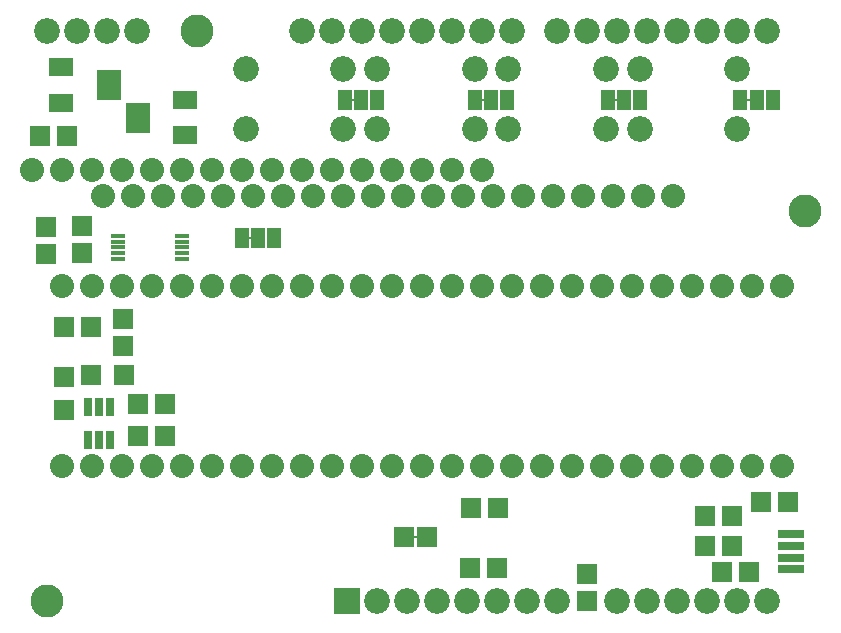
<source format=gbr>
G04 GERBER ASCII OUTPUT FROM: EDWINXP (VER. 1.61 REV. 20080315)*
G04 GERBER FORMAT: RX-274-X*
G04 BOARD: AMICUS_LCD_SHIELD*
G04 ARTWORK OF COMP.MASK POSITIVE*
%ASAXBY*%
%FSLAX23Y23*%
%MIA0B0*%
%MOIN*%
%OFA0.0000B0.0000*%
%SFA1B1*%
%IJA0B0*%
%INLAYER1POS*%
%IOA0B0*%
%IPPOS*%
%IR0*%
G04 APERTURE MACROS*
%AMEDWDONUT*
1,1,$1,$2,$3*
1,0,$4,$2,$3*
%
%AMEDWFRECT*
20,1,$1,$2,$3,$4,$5,$6*
%
%AMEDWORECT*
20,1,$1,$2,$3,$4,$5,$10*
20,1,$1,$4,$5,$6,$7,$10*
20,1,$1,$6,$7,$8,$9,$10*
20,1,$1,$8,$9,$2,$3,$10*
1,1,$1,$2,$3*
1,1,$1,$4,$5*
1,1,$1,$6,$7*
1,1,$1,$8,$9*
%
%AMEDWLINER*
20,1,$1,$2,$3,$4,$5,$6*
1,1,$1,$2,$3*
1,1,$1,$4,$5*
%
%AMEDWFTRNG*
4,1,3,$1,$2,$3,$4,$5,$6,$7,$8,$9*
%
%AMEDWATRNG*
4,1,3,$1,$2,$3,$4,$5,$6,$7,$8,$9*
20,1,$11,$1,$2,$3,$4,$10*
20,1,$11,$3,$4,$5,$6,$10*
20,1,$11,$5,$6,$7,$8,$10*
1,1,$11,$3,$4*
1,1,$11,$5,$6*
1,1,$11,$7,$8*
%
%AMEDWOTRNG*
20,1,$1,$2,$3,$4,$5,$8*
20,1,$1,$4,$5,$6,$7,$8*
20,1,$1,$6,$7,$2,$3,$8*
1,1,$1,$2,$3*
1,1,$1,$4,$5*
1,1,$1,$6,$7*
%
G04*
G04 APERTURE LIST*
%ADD10R,0.0700X0.0650*%
%ADD11R,0.0940X0.0890*%
%ADD12R,0.0600X0.0550*%
%ADD13R,0.0840X0.0790*%
%ADD14R,0.06693X0.06693*%
%ADD15R,0.09093X0.09093*%
%ADD16R,0.05906X0.05906*%
%ADD17R,0.08306X0.08306*%
%ADD18R,0.04724X0.06693*%
%ADD19R,0.07124X0.09093*%
%ADD20R,0.03937X0.05906*%
%ADD21R,0.06337X0.08306*%
%ADD22R,0.08268X0.05945*%
%ADD23R,0.10668X0.08345*%
%ADD24R,0.07874X0.05906*%
%ADD25R,0.10274X0.08306*%
%ADD26R,0.08268X0.10236*%
%ADD27R,0.10668X0.12636*%
%ADD28R,0.07874X0.09843*%
%ADD29R,0.10274X0.12243*%
%ADD30R,0.08661X0.02756*%
%ADD31R,0.11061X0.05156*%
%ADD32R,0.07874X0.01969*%
%ADD33R,0.10274X0.04369*%
%ADD34R,0.0650X0.0700*%
%ADD35R,0.0890X0.0940*%
%ADD36R,0.0550X0.0600*%
%ADD37R,0.0790X0.0840*%
%ADD38R,0.0250X0.0600*%
%ADD39R,0.0490X0.0840*%
%ADD40R,0.0150X0.0500*%
%ADD41R,0.0390X0.0740*%
%ADD42R,0.04724X0.01378*%
%ADD43R,0.06299X0.02953*%
%ADD44R,0.04331X0.00984*%
%ADD45R,0.05906X0.02559*%
%ADD46R,0.0500X0.0580*%
%ADD47R,0.0740X0.0820*%
%ADD48R,0.0400X0.0480*%
%ADD49R,0.0640X0.0720*%
%ADD50R,0.07087X0.06693*%
%ADD51R,0.10236X0.09843*%
%ADD52R,0.06299X0.05906*%
%ADD53R,0.09449X0.09055*%
%ADD54R,0.06693X0.07087*%
%ADD55R,0.09843X0.10236*%
%ADD56R,0.05906X0.06299*%
%ADD57R,0.09055X0.09449*%
%ADD58R,0.0860X0.0860*%
%ADD59R,0.1100X0.1100*%
%ADD60R,0.0700X0.0700*%
%ADD61R,0.0940X0.0940*%
%ADD62C,0.00039*%
%ADD64C,0.00054*%
%ADD65R,0.00054X0.00054*%
%ADD66C,0.0010*%
%ADD68C,0.00112*%
%ADD69R,0.00112X0.00112*%
%ADD70C,0.00118*%
%ADD72C,0.00121*%
%ADD73R,0.00121X0.00121*%
%ADD74C,0.0020*%
%ADD75R,0.0020X0.0020*%
%ADD76C,0.0023*%
%ADD77R,0.0023X0.0023*%
%ADD78C,0.00236*%
%ADD80C,0.00238*%
%ADD81R,0.00238X0.00238*%
%ADD82C,0.00288*%
%ADD83R,0.00288X0.00288*%
%ADD84C,0.0030*%
%ADD85R,0.0030X0.0030*%
%ADD86C,0.00355*%
%ADD87R,0.00355X0.00355*%
%ADD88C,0.00394*%
%ADD90C,0.0040*%
%ADD91R,0.0040X0.0040*%
%ADD92C,0.00406*%
%ADD93R,0.00406X0.00406*%
%ADD94C,0.00464*%
%ADD95R,0.00464X0.00464*%
%ADD96C,0.00472*%
%ADD98C,0.0050*%
%ADD99R,0.0050X0.0050*%
%ADD100C,0.00512*%
%ADD101R,0.00512X0.00512*%
%ADD102C,0.00523*%
%ADD103R,0.00523X0.00523*%
%ADD104C,0.00581*%
%ADD105R,0.00581X0.00581*%
%ADD106C,0.00589*%
%ADD107R,0.00589X0.00589*%
%ADD108C,0.00591*%
%ADD109R,0.00591X0.00591*%
%ADD110C,0.0064*%
%ADD111R,0.0064X0.0064*%
%ADD112C,0.00647*%
%ADD113R,0.00647X0.00647*%
%ADD114C,0.00659*%
%ADD115R,0.00659X0.00659*%
%ADD116C,0.00669*%
%ADD118C,0.00704*%
%ADD119R,0.00704X0.00704*%
%ADD120C,0.00706*%
%ADD121R,0.00706X0.00706*%
%ADD122C,0.00764*%
%ADD123R,0.00764X0.00764*%
%ADD124C,0.00787*%
%ADD125R,0.00787X0.00787*%
%ADD126C,0.00799*%
%ADD128C,0.0080*%
%ADD130C,0.00821*%
%ADD131R,0.00821X0.00821*%
%ADD132C,0.00823*%
%ADD133R,0.00823X0.00823*%
%ADD134C,0.00866*%
%ADD136C,0.00875*%
%ADD137R,0.00875X0.00875*%
%ADD138C,0.00881*%
%ADD139R,0.00881X0.00881*%
%ADD140C,0.0090*%
%ADD141R,0.0090X0.0090*%
%ADD142C,0.00939*%
%ADD143R,0.00939X0.00939*%
%ADD144C,0.00975*%
%ADD145R,0.00975X0.00975*%
%ADD146C,0.00984*%
%ADD147R,0.00984X0.00984*%
%ADD148C,0.00992*%
%ADD149R,0.00992X0.00992*%
%ADD150C,0.00993*%
%ADD151R,0.00993X0.00993*%
%ADD152C,0.0100*%
%ADD153R,0.0100X0.0100*%
%ADD154C,0.01051*%
%ADD155R,0.01051X0.01051*%
%ADD156C,0.01052*%
%ADD157R,0.01052X0.01052*%
%ADD158C,0.01056*%
%ADD159R,0.01056X0.01056*%
%ADD160C,0.01109*%
%ADD161R,0.01109X0.01109*%
%ADD162C,0.01111*%
%ADD163R,0.01111X0.01111*%
%ADD164C,0.01168*%
%ADD165R,0.01168X0.01168*%
%ADD166C,0.01181*%
%ADD168C,0.0120*%
%ADD170C,0.0120*%
%ADD172C,0.01227*%
%ADD173R,0.01227X0.01227*%
%ADD174C,0.01227*%
%ADD175R,0.01227X0.01227*%
%ADD176C,0.01231*%
%ADD177R,0.01231X0.01231*%
%ADD178C,0.01285*%
%ADD179R,0.01285X0.01285*%
%ADD180C,0.01291*%
%ADD181R,0.01291X0.01291*%
%ADD182C,0.0130*%
%ADD184C,0.01344*%
%ADD185R,0.01344X0.01344*%
%ADD186C,0.01345*%
%ADD187R,0.01345X0.01345*%
%ADD188C,0.01349*%
%ADD189R,0.01349X0.01349*%
%ADD190C,0.01402*%
%ADD191R,0.01402X0.01402*%
%ADD192C,0.01403*%
%ADD193R,0.01403X0.01403*%
%ADD194C,0.01408*%
%ADD195R,0.01408X0.01408*%
%ADD196C,0.01461*%
%ADD197R,0.01461X0.01461*%
%ADD198C,0.01467*%
%ADD199R,0.01467X0.01467*%
%ADD200C,0.0150*%
%ADD201R,0.0150X0.0150*%
%ADD202C,0.01502*%
%ADD203R,0.01502X0.01502*%
%ADD204C,0.01519*%
%ADD205R,0.01519X0.01519*%
%ADD206C,0.01575*%
%ADD208C,0.01577*%
%ADD209R,0.01577X0.01577*%
%ADD210C,0.01579*%
%ADD211R,0.01579X0.01579*%
%ADD212C,0.01584*%
%ADD213R,0.01584X0.01584*%
%ADD214C,0.01636*%
%ADD215R,0.01636X0.01636*%
%ADD216C,0.01637*%
%ADD217R,0.01637X0.01637*%
%ADD218C,0.01694*%
%ADD219R,0.01694X0.01694*%
%ADD220C,0.01701*%
%ADD221R,0.01701X0.01701*%
%ADD222C,0.01753*%
%ADD223R,0.01753X0.01753*%
%ADD224C,0.0176*%
%ADD225R,0.0176X0.0176*%
%ADD226C,0.01816*%
%ADD227R,0.01816X0.01816*%
%ADD228C,0.0187*%
%ADD229R,0.0187X0.0187*%
%ADD230C,0.01877*%
%ADD231R,0.01877X0.01877*%
%ADD232C,0.01928*%
%ADD233R,0.01928X0.01928*%
%ADD234C,0.01969*%
%ADD235R,0.01969X0.01969*%
%ADD236C,0.01971*%
%ADD237R,0.01971X0.01971*%
%ADD238C,0.01994*%
%ADD239R,0.01994X0.01994*%
%ADD240C,0.02045*%
%ADD241R,0.02045X0.02045*%
%ADD242C,0.02046*%
%ADD243R,0.02046X0.02046*%
%ADD244C,0.02053*%
%ADD245R,0.02053X0.02053*%
%ADD246C,0.02105*%
%ADD247R,0.02105X0.02105*%
%ADD248C,0.0217*%
%ADD249R,0.0217X0.0217*%
%ADD250C,0.0222*%
%ADD251R,0.0222X0.0222*%
%ADD252C,0.02229*%
%ADD253R,0.02229X0.02229*%
%ADD254C,0.02279*%
%ADD255R,0.02279X0.02279*%
%ADD256C,0.02337*%
%ADD257R,0.02337X0.02337*%
%ADD258C,0.02339*%
%ADD259R,0.02339X0.02339*%
%ADD260C,0.02362*%
%ADD261R,0.02362X0.02362*%
%ADD262C,0.02395*%
%ADD263R,0.02395X0.02395*%
%ADD264C,0.0240*%
%ADD265R,0.0240X0.0240*%
%ADD266C,0.0240*%
%ADD267R,0.0240X0.0240*%
%ADD268C,0.02405*%
%ADD269R,0.02405X0.02405*%
%ADD270C,0.02464*%
%ADD271R,0.02464X0.02464*%
%ADD272C,0.0250*%
%ADD273R,0.0250X0.0250*%
%ADD274C,0.02512*%
%ADD275R,0.02512X0.02512*%
%ADD276C,0.02581*%
%ADD277R,0.02581X0.02581*%
%ADD278C,0.02629*%
%ADD279R,0.02629X0.02629*%
%ADD280C,0.02631*%
%ADD281R,0.02631X0.02631*%
%ADD282C,0.02636*%
%ADD284C,0.0264*%
%ADD285R,0.0264X0.0264*%
%ADD286C,0.02688*%
%ADD287R,0.02688X0.02688*%
%ADD288C,0.02698*%
%ADD289R,0.02698X0.02698*%
%ADD290C,0.02746*%
%ADD291R,0.02746X0.02746*%
%ADD292C,0.02794*%
%ADD294C,0.02804*%
%ADD295R,0.02804X0.02804*%
%ADD296C,0.02816*%
%ADD297R,0.02816X0.02816*%
%ADD298C,0.02863*%
%ADD299R,0.02863X0.02863*%
%ADD300C,0.02874*%
%ADD301R,0.02874X0.02874*%
%ADD302C,0.0290*%
%ADD304C,0.02923*%
%ADD305R,0.02923X0.02923*%
%ADD306C,0.02933*%
%ADD307R,0.02933X0.02933*%
%ADD308C,0.02991*%
%ADD309R,0.02991X0.02991*%
%ADD310C,0.02992*%
%ADD311R,0.02992X0.02992*%
%ADD312C,0.0300*%
%ADD313R,0.0300X0.0300*%
%ADD314C,0.03038*%
%ADD315R,0.03038X0.03038*%
%ADD316C,0.0304*%
%ADD317R,0.0304X0.0304*%
%ADD318C,0.03046*%
%ADD319R,0.03046X0.03046*%
%ADD320C,0.0305*%
%ADD321R,0.0305X0.0305*%
%ADD322C,0.03059*%
%ADD323R,0.03059X0.03059*%
%ADD324C,0.03069*%
%ADD325R,0.03069X0.03069*%
%ADD326C,0.03097*%
%ADD327R,0.03097X0.03097*%
%ADD328C,0.03099*%
%ADD329R,0.03099X0.03099*%
%ADD330C,0.03104*%
%ADD331R,0.03104X0.03104*%
%ADD332C,0.0315*%
%ADD333R,0.0315X0.0315*%
%ADD334C,0.03199*%
%ADD335R,0.03199X0.03199*%
%ADD336C,0.0320*%
%ADD337R,0.0320X0.0320*%
%ADD338C,0.03226*%
%ADD339R,0.03226X0.03226*%
%ADD340C,0.03266*%
%ADD342C,0.03274*%
%ADD343R,0.03274X0.03274*%
%ADD344C,0.03285*%
%ADD345R,0.03285X0.03285*%
%ADD346C,0.0333*%
%ADD347R,0.0333X0.0333*%
%ADD348C,0.03332*%
%ADD349R,0.03332X0.03332*%
%ADD350C,0.03344*%
%ADD351R,0.03344X0.03344*%
%ADD352C,0.03375*%
%ADD353R,0.03375X0.03375*%
%ADD354C,0.03391*%
%ADD355R,0.03391X0.03391*%
%ADD356C,0.03393*%
%ADD357R,0.03393X0.03393*%
%ADD358C,0.03402*%
%ADD359R,0.03402X0.03402*%
%ADD360C,0.03447*%
%ADD361R,0.03447X0.03447*%
%ADD362C,0.03452*%
%ADD363R,0.03452X0.03452*%
%ADD364C,0.03464*%
%ADD365R,0.03464X0.03464*%
%ADD366C,0.0350*%
%ADD367R,0.0350X0.0350*%
%ADD368C,0.03506*%
%ADD369R,0.03506X0.03506*%
%ADD370C,0.03511*%
%ADD371R,0.03511X0.03511*%
%ADD372C,0.0352*%
%ADD373R,0.0352X0.0352*%
%ADD374C,0.03581*%
%ADD376C,0.0360*%
%ADD377R,0.0360X0.0360*%
%ADD378C,0.03627*%
%ADD379R,0.03627X0.03627*%
%ADD380C,0.03637*%
%ADD381R,0.03637X0.03637*%
%ADD382C,0.03691*%
%ADD383R,0.03691X0.03691*%
%ADD384C,0.03696*%
%ADD385R,0.03696X0.03696*%
%ADD386C,0.0370*%
%ADD388C,0.03745*%
%ADD389R,0.03745X0.03745*%
%ADD390C,0.03749*%
%ADD391R,0.03749X0.03749*%
%ADD392C,0.03754*%
%ADD393R,0.03754X0.03754*%
%ADD394C,0.0380*%
%ADD395R,0.0380X0.0380*%
%ADD396C,0.03802*%
%ADD397R,0.03802X0.03802*%
%ADD398C,0.03808*%
%ADD399R,0.03808X0.03808*%
%ADD400C,0.03861*%
%ADD401R,0.03861X0.03861*%
%ADD402C,0.03867*%
%ADD403R,0.03867X0.03867*%
%ADD404C,0.03872*%
%ADD405R,0.03872X0.03872*%
%ADD406C,0.0390*%
%ADD407R,0.0390X0.0390*%
%ADD408C,0.03902*%
%ADD409R,0.03902X0.03902*%
%ADD410C,0.03919*%
%ADD411R,0.03919X0.03919*%
%ADD412C,0.0393*%
%ADD413R,0.0393X0.0393*%
%ADD414C,0.03937*%
%ADD415R,0.03937X0.03937*%
%ADD416C,0.03973*%
%ADD417R,0.03973X0.03973*%
%ADD418C,0.03977*%
%ADD419R,0.03977X0.03977*%
%ADD420C,0.03984*%
%ADD421R,0.03984X0.03984*%
%ADD422C,0.03989*%
%ADD423R,0.03989X0.03989*%
%ADD424C,0.0400*%
%ADD425R,0.0400X0.0400*%
%ADD426C,0.04031*%
%ADD427R,0.04031X0.04031*%
%ADD428C,0.04036*%
%ADD429R,0.04036X0.04036*%
%ADD430C,0.04048*%
%ADD431R,0.04048X0.04048*%
%ADD432C,0.04094*%
%ADD433R,0.04094X0.04094*%
%ADD434C,0.04101*%
%ADD435R,0.04101X0.04101*%
%ADD436C,0.04106*%
%ADD437R,0.04106X0.04106*%
%ADD438C,0.04153*%
%ADD439R,0.04153X0.04153*%
%ADD440C,0.0416*%
%ADD441R,0.0416X0.0416*%
%ADD442C,0.04165*%
%ADD443R,0.04165X0.04165*%
%ADD444C,0.04173*%
%ADD445R,0.04173X0.04173*%
%ADD446C,0.0427*%
%ADD447R,0.0427X0.0427*%
%ADD448C,0.04277*%
%ADD449R,0.04277X0.04277*%
%ADD450C,0.04328*%
%ADD451R,0.04328X0.04328*%
%ADD452C,0.04341*%
%ADD453R,0.04341X0.04341*%
%ADD454C,0.04371*%
%ADD455R,0.04371X0.04371*%
%ADD456C,0.04394*%
%ADD457R,0.04394X0.04394*%
%ADD458C,0.0440*%
%ADD459R,0.0440X0.0440*%
%ADD460C,0.0444*%
%ADD461R,0.0444X0.0444*%
%ADD462C,0.04443*%
%ADD463R,0.04443X0.04443*%
%ADD464C,0.04445*%
%ADD465R,0.04445X0.04445*%
%ADD466C,0.04446*%
%ADD467R,0.04446X0.04446*%
%ADD468C,0.04453*%
%ADD469R,0.04453X0.04453*%
%ADD470C,0.04458*%
%ADD471R,0.04458X0.04458*%
%ADD472C,0.04499*%
%ADD473R,0.04499X0.04499*%
%ADD474C,0.0450*%
%ADD475R,0.0450X0.0450*%
%ADD476C,0.04505*%
%ADD477R,0.04505X0.04505*%
%ADD478C,0.04517*%
%ADD479R,0.04517X0.04517*%
%ADD480C,0.04557*%
%ADD481R,0.04557X0.04557*%
%ADD482C,0.0457*%
%ADD483R,0.0457X0.0457*%
%ADD484C,0.04576*%
%ADD485R,0.04576X0.04576*%
%ADD486C,0.0462*%
%ADD487R,0.0462X0.0462*%
%ADD488C,0.04629*%
%ADD489R,0.04629X0.04629*%
%ADD490C,0.04634*%
%ADD491R,0.04634X0.04634*%
%ADD492C,0.04679*%
%ADD493R,0.04679X0.04679*%
%ADD494C,0.04693*%
%ADD495R,0.04693X0.04693*%
%ADD496C,0.0470*%
%ADD497R,0.0470X0.0470*%
%ADD498C,0.04724*%
%ADD499R,0.04724X0.04724*%
%ADD500C,0.04737*%
%ADD501R,0.04737X0.04737*%
%ADD502C,0.04739*%
%ADD503R,0.04739X0.04739*%
%ADD504C,0.04762*%
%ADD505R,0.04762X0.04762*%
%ADD506C,0.04795*%
%ADD507R,0.04795X0.04795*%
%ADD508C,0.04805*%
%ADD509R,0.04805X0.04805*%
%ADD510C,0.0481*%
%ADD511R,0.0481X0.0481*%
%ADD512C,0.04864*%
%ADD513R,0.04864X0.04864*%
%ADD514C,0.04869*%
%ADD515R,0.04869X0.04869*%
%ADD516C,0.0490*%
%ADD517R,0.0490X0.0490*%
%ADD518C,0.04911*%
%ADD519R,0.04911X0.04911*%
%ADD520C,0.04912*%
%ADD521R,0.04912X0.04912*%
%ADD522C,0.04928*%
%ADD523R,0.04928X0.04928*%
%ADD524C,0.04966*%
%ADD525R,0.04966X0.04966*%
%ADD526C,0.04981*%
%ADD527R,0.04981X0.04981*%
%ADD528C,0.0500*%
%ADD529R,0.0500X0.0500*%
%ADD530C,0.05028*%
%ADD531R,0.05028X0.05028*%
%ADD532C,0.05029*%
%ADD533R,0.05029X0.05029*%
%ADD534C,0.05031*%
%ADD535R,0.05031X0.05031*%
%ADD536C,0.0504*%
%ADD537R,0.0504X0.0504*%
%ADD538C,0.05045*%
%ADD539R,0.05045X0.05045*%
%ADD540C,0.05083*%
%ADD541R,0.05083X0.05083*%
%ADD542C,0.05086*%
%ADD543R,0.05086X0.05086*%
%ADD544C,0.05088*%
%ADD545R,0.05088X0.05088*%
%ADD546C,0.05098*%
%ADD547R,0.05098X0.05098*%
%ADD548C,0.05118*%
%ADD549R,0.05118X0.05118*%
%ADD550C,0.05146*%
%ADD551R,0.05146X0.05146*%
%ADD552C,0.05204*%
%ADD553R,0.05204X0.05204*%
%ADD554C,0.05216*%
%ADD555R,0.05216X0.05216*%
%ADD556C,0.05221*%
%ADD557R,0.05221X0.05221*%
%ADD558C,0.05263*%
%ADD559R,0.05263X0.05263*%
%ADD560C,0.05274*%
%ADD561R,0.05274X0.05274*%
%ADD562C,0.0528*%
%ADD563R,0.0528X0.0528*%
%ADD564C,0.05317*%
%ADD565R,0.05317X0.05317*%
%ADD566C,0.0532*%
%ADD567R,0.0532X0.0532*%
%ADD568C,0.05323*%
%ADD569R,0.05323X0.05323*%
%ADD570C,0.05333*%
%ADD571R,0.05333X0.05333*%
%ADD572C,0.05392*%
%ADD573R,0.05392X0.05392*%
%ADD574C,0.05397*%
%ADD575R,0.05397X0.05397*%
%ADD576C,0.05434*%
%ADD577R,0.05434X0.05434*%
%ADD578C,0.05438*%
%ADD579R,0.05438X0.05438*%
%ADD580C,0.0544*%
%ADD581R,0.0544X0.0544*%
%ADD582C,0.05446*%
%ADD583R,0.05446X0.05446*%
%ADD584C,0.0545*%
%ADD585R,0.0545X0.0545*%
%ADD586C,0.05497*%
%ADD587R,0.05497X0.05497*%
%ADD588C,0.05499*%
%ADD589R,0.05499X0.05499*%
%ADD590C,0.0550*%
%ADD591R,0.0550X0.0550*%
%ADD592C,0.05514*%
%ADD593R,0.05514X0.05514*%
%ADD594C,0.0555*%
%ADD595R,0.0555X0.0555*%
%ADD596C,0.05573*%
%ADD597R,0.05573X0.05573*%
%ADD598C,0.0560*%
%ADD599R,0.0560X0.0560*%
%ADD600C,0.05626*%
%ADD601R,0.05626X0.05626*%
%ADD602C,0.05631*%
%ADD603R,0.05631X0.05631*%
%ADD604C,0.05674*%
%ADD605R,0.05674X0.05674*%
%ADD606C,0.05685*%
%ADD607R,0.05685X0.05685*%
%ADD608C,0.0570*%
%ADD609R,0.0570X0.0570*%
%ADD610C,0.0573*%
%ADD611R,0.0573X0.0573*%
%ADD612C,0.05732*%
%ADD613R,0.05732X0.05732*%
%ADD614C,0.05744*%
%ADD615R,0.05744X0.05744*%
%ADD616C,0.05749*%
%ADD617R,0.05749X0.05749*%
%ADD618C,0.05791*%
%ADD619R,0.05791X0.05791*%
%ADD620C,0.05802*%
%ADD621R,0.05802X0.05802*%
%ADD622C,0.05807*%
%ADD623R,0.05807X0.05807*%
%ADD624C,0.05847*%
%ADD625R,0.05847X0.05847*%
%ADD626C,0.05864*%
%ADD627R,0.05864X0.05864*%
%ADD628C,0.05866*%
%ADD629R,0.05866X0.05866*%
%ADD630C,0.0590*%
%ADD631R,0.0590X0.0590*%
%ADD632C,0.05906*%
%ADD633R,0.05906X0.05906*%
%ADD634C,0.0592*%
%ADD635R,0.0592X0.0592*%
%ADD636C,0.05945*%
%ADD637R,0.05945X0.05945*%
%ADD638C,0.0600*%
%ADD639R,0.0600X0.0600*%
%ADD640C,0.06018*%
%ADD641R,0.06018X0.06018*%
%ADD642C,0.06037*%
%ADD643R,0.06037X0.06037*%
%ADD644C,0.06076*%
%ADD645R,0.06076X0.06076*%
%ADD646C,0.06096*%
%ADD647R,0.06096X0.06096*%
%ADD648C,0.06101*%
%ADD649R,0.06101X0.06101*%
%ADD650C,0.06154*%
%ADD651R,0.06154X0.06154*%
%ADD652C,0.06159*%
%ADD653R,0.06159X0.06159*%
%ADD654C,0.0620*%
%ADD655R,0.0620X0.0620*%
%ADD656C,0.0620*%
%ADD657R,0.0620X0.0620*%
%ADD658C,0.06201*%
%ADD659R,0.06201X0.06201*%
%ADD660C,0.06272*%
%ADD661R,0.06272X0.06272*%
%ADD662C,0.06299*%
%ADD663R,0.06299X0.06299*%
%ADD664C,0.0633*%
%ADD665R,0.0633X0.0633*%
%ADD666C,0.06335*%
%ADD667R,0.06335X0.06335*%
%ADD668C,0.06337*%
%ADD669R,0.06337X0.06337*%
%ADD670C,0.06373*%
%ADD671R,0.06373X0.06373*%
%ADD672C,0.06389*%
%ADD673R,0.06389X0.06389*%
%ADD674C,0.06394*%
%ADD675R,0.06394X0.06394*%
%ADD676C,0.06427*%
%ADD677R,0.06427X0.06427*%
%ADD678C,0.06431*%
%ADD679R,0.06431X0.06431*%
%ADD680C,0.06448*%
%ADD681R,0.06448X0.06448*%
%ADD682C,0.06453*%
%ADD683R,0.06453X0.06453*%
%ADD684C,0.0650*%
%ADD685R,0.0650X0.0650*%
%ADD686C,0.06506*%
%ADD687R,0.06506X0.06506*%
%ADD688C,0.06565*%
%ADD689R,0.06565X0.06565*%
%ADD690C,0.06687*%
%ADD691R,0.06687X0.06687*%
%ADD692C,0.06693*%
%ADD693R,0.06693X0.06693*%
%ADD694C,0.06741*%
%ADD695R,0.06741X0.06741*%
%ADD696C,0.0680*%
%ADD697R,0.0680X0.0680*%
%ADD698C,0.06805*%
%ADD699R,0.06805X0.06805*%
%ADD700C,0.0684*%
%ADD701R,0.0684X0.0684*%
%ADD702C,0.0684*%
%ADD703R,0.0684X0.0684*%
%ADD704C,0.06843*%
%ADD705R,0.06843X0.06843*%
%ADD706C,0.06858*%
%ADD707R,0.06858X0.06858*%
%ADD708C,0.06863*%
%ADD709R,0.06863X0.06863*%
%ADD710C,0.06899*%
%ADD711R,0.06899X0.06899*%
%ADD712C,0.0690*%
%ADD713R,0.0690X0.0690*%
%ADD714C,0.06906*%
%ADD715R,0.06906X0.06906*%
%ADD716C,0.06917*%
%ADD717R,0.06917X0.06917*%
%ADD718C,0.06957*%
%ADD719R,0.06957X0.06957*%
%ADD720C,0.06976*%
%ADD721R,0.06976X0.06976*%
%ADD722C,0.06981*%
%ADD723R,0.06981X0.06981*%
%ADD724C,0.0700*%
%ADD725R,0.0700X0.0700*%
%ADD726C,0.07034*%
%ADD727R,0.07034X0.07034*%
%ADD728C,0.07039*%
%ADD729R,0.07039X0.07039*%
%ADD730C,0.07093*%
%ADD731R,0.07093X0.07093*%
%ADD732C,0.07098*%
%ADD733R,0.07098X0.07098*%
%ADD734C,0.0710*%
%ADD735R,0.0710X0.0710*%
%ADD736C,0.07124*%
%ADD737R,0.07124X0.07124*%
%ADD738C,0.0721*%
%ADD739R,0.0721X0.0721*%
%ADD740C,0.07215*%
%ADD741R,0.07215X0.07215*%
%ADD742C,0.07245*%
%ADD743R,0.07245X0.07245*%
%ADD744C,0.07269*%
%ADD745R,0.07269X0.07269*%
%ADD746C,0.07311*%
%ADD747R,0.07311X0.07311*%
%ADD748C,0.07328*%
%ADD749R,0.07328X0.07328*%
%ADD750C,0.07366*%
%ADD751R,0.07366X0.07366*%
%ADD752C,0.0740*%
%ADD753R,0.0740X0.0740*%
%ADD754C,0.07428*%
%ADD755R,0.07428X0.07428*%
%ADD756C,0.07445*%
%ADD757R,0.07445X0.07445*%
%ADD758C,0.0745*%
%ADD759R,0.0745X0.0745*%
%ADD760C,0.07483*%
%ADD761R,0.07483X0.07483*%
%ADD762C,0.07486*%
%ADD763R,0.07486X0.07486*%
%ADD764C,0.0750*%
%ADD765R,0.0750X0.0750*%
%ADD766C,0.07598*%
%ADD768C,0.0760*%
%ADD770C,0.07621*%
%ADD771R,0.07621X0.07621*%
%ADD772C,0.0768*%
%ADD773R,0.0768X0.0768*%
%ADD774C,0.07717*%
%ADD775R,0.07717X0.07717*%
%ADD776C,0.0772*%
%ADD777R,0.0772X0.0772*%
%ADD778C,0.07797*%
%ADD779R,0.07797X0.07797*%
%ADD780C,0.07834*%
%ADD781R,0.07834X0.07834*%
%ADD782C,0.07874*%
%ADD783R,0.07874X0.07874*%
%ADD784C,0.0790*%
%ADD785R,0.0790X0.0790*%
%ADD786C,0.07914*%
%ADD787R,0.07914X0.07914*%
%ADD788C,0.07951*%
%ADD789R,0.07951X0.07951*%
%ADD790C,0.07973*%
%ADD791R,0.07973X0.07973*%
%ADD792C,0.07978*%
%ADD793R,0.07978X0.07978*%
%ADD794C,0.0800*%
%ADD795R,0.0800X0.0800*%
%ADD796C,0.08004*%
%ADD797R,0.08004X0.08004*%
%ADD798C,0.08031*%
%ADD799R,0.08031X0.08031*%
%ADD800C,0.08068*%
%ADD801R,0.08068X0.08068*%
%ADD802C,0.0810*%
%ADD803R,0.0810X0.0810*%
%ADD804C,0.08149*%
%ADD805R,0.08149X0.08149*%
%ADD806C,0.08207*%
%ADD807R,0.08207X0.08207*%
%ADD808C,0.08266*%
%ADD809R,0.08266X0.08266*%
%ADD810C,0.08268*%
%ADD811R,0.08268X0.08268*%
%ADD812C,0.08296*%
%ADD813R,0.08296X0.08296*%
%ADD814C,0.08306*%
%ADD815R,0.08306X0.08306*%
%ADD816C,0.08345*%
%ADD817R,0.08345X0.08345*%
%ADD818C,0.0840*%
%ADD819R,0.0840X0.0840*%
%ADD820C,0.08418*%
%ADD821R,0.08418X0.08418*%
%ADD822C,0.08476*%
%ADD823R,0.08476X0.08476*%
%ADD824C,0.08501*%
%ADD825R,0.08501X0.08501*%
%ADD826C,0.08559*%
%ADD827R,0.08559X0.08559*%
%ADD828C,0.08598*%
%ADD830C,0.0860*%
%ADD831R,0.0860X0.0860*%
%ADD832C,0.08601*%
%ADD833R,0.08601X0.08601*%
%ADD834C,0.08661*%
%ADD835R,0.08661X0.08661*%
%ADD836C,0.08682*%
%ADD837R,0.08682X0.08682*%
%ADD838C,0.0870*%
%ADD839R,0.0870X0.0870*%
%ADD840C,0.08735*%
%ADD841R,0.08735X0.08735*%
%ADD842C,0.08794*%
%ADD843R,0.08794X0.08794*%
%ADD844C,0.08827*%
%ADD845R,0.08827X0.08827*%
%ADD846C,0.08853*%
%ADD847R,0.08853X0.08853*%
%ADD848C,0.08858*%
%ADD849R,0.08858X0.08858*%
%ADD850C,0.0890*%
%ADD851R,0.0890X0.0890*%
%ADD852C,0.08917*%
%ADD853R,0.08917X0.08917*%
%ADD854C,0.0900*%
%ADD855R,0.0900X0.0900*%
%ADD856C,0.09087*%
%ADD857R,0.09087X0.09087*%
%ADD858C,0.09093*%
%ADD859R,0.09093X0.09093*%
%ADD860C,0.09205*%
%ADD861R,0.09205X0.09205*%
%ADD862C,0.09231*%
%ADD863R,0.09231X0.09231*%
%ADD864C,0.0924*%
%ADD865R,0.0924X0.0924*%
%ADD866C,0.09263*%
%ADD867R,0.09263X0.09263*%
%ADD868C,0.09381*%
%ADD869R,0.09381X0.09381*%
%ADD870C,0.09386*%
%ADD871R,0.09386X0.09386*%
%ADD872C,0.0940*%
%ADD873R,0.0940X0.0940*%
%ADD874C,0.09439*%
%ADD875R,0.09439X0.09439*%
%ADD876C,0.09449*%
%ADD877R,0.09449X0.09449*%
%ADD878C,0.09498*%
%ADD879R,0.09498X0.09498*%
%ADD880C,0.09615*%
%ADD881R,0.09615X0.09615*%
%ADD882C,0.09645*%
%ADD883R,0.09645X0.09645*%
%ADD884C,0.0970*%
%ADD885R,0.0970X0.0970*%
%ADD886C,0.09843*%
%ADD887R,0.09843X0.09843*%
%ADD888C,0.0985*%
%ADD889R,0.0985X0.0985*%
%ADD890C,0.0990*%
%ADD891R,0.0990X0.0990*%
%ADD892C,0.09997*%
%ADD893R,0.09997X0.09997*%
%ADD894C,0.09998*%
%ADD896C,0.1000*%
%ADD897R,0.1000X0.1000*%
%ADD898C,0.1009*%
%ADD899R,0.1009X0.1009*%
%ADD900C,0.10236*%
%ADD901R,0.10236X0.10236*%
%ADD902C,0.10274*%
%ADD903R,0.10274X0.10274*%
%ADD904C,0.10351*%
%ADD905R,0.10351X0.10351*%
%ADD906C,0.10378*%
%ADD907R,0.10378X0.10378*%
%ADD908C,0.1040*%
%ADD909R,0.1040X0.1040*%
%ADD910C,0.10404*%
%ADD911R,0.10404X0.10404*%
%ADD912C,0.10468*%
%ADD913R,0.10468X0.10468*%
%ADD914C,0.10518*%
%ADD915R,0.10518X0.10518*%
%ADD916C,0.10668*%
%ADD917R,0.10668X0.10668*%
%ADD918C,0.10676*%
%ADD919R,0.10676X0.10676*%
%ADD920C,0.10696*%
%ADD921R,0.10696X0.10696*%
%ADD922C,0.10735*%
%ADD923R,0.10735X0.10735*%
%ADD924C,0.10816*%
%ADD925R,0.10816X0.10816*%
%ADD926C,0.10911*%
%ADD927R,0.10911X0.10911*%
%ADD928C,0.10998*%
%ADD930C,0.1100*%
%ADD931R,0.1100X0.1100*%
%ADD932C,0.11061*%
%ADD933R,0.11061X0.11061*%
%ADD934C,0.11082*%
%ADD935R,0.11082X0.11082*%
%ADD936C,0.1110*%
%ADD937R,0.1110X0.1110*%
%ADD938C,0.1120*%
%ADD939R,0.1120X0.1120*%
%ADD940C,0.11258*%
%ADD941R,0.11258X0.11258*%
%ADD942C,0.11263*%
%ADD943R,0.11263X0.11263*%
%ADD944C,0.11317*%
%ADD945R,0.11317X0.11317*%
%ADD946C,0.1140*%
%ADD947R,0.1140X0.1140*%
%ADD948C,0.1150*%
%ADD949R,0.1150X0.1150*%
%ADD950C,0.1151*%
%ADD951R,0.1151X0.1151*%
%ADD952C,0.11556*%
%ADD953R,0.11556X0.11556*%
%ADD954C,0.11627*%
%ADD955R,0.11627X0.11627*%
%ADD956C,0.11631*%
%ADD957R,0.11631X0.11631*%
%ADD958C,0.11786*%
%ADD959R,0.11786X0.11786*%
%ADD960C,0.11791*%
%ADD961R,0.11791X0.11791*%
%ADD962C,0.11849*%
%ADD963R,0.11849X0.11849*%
%ADD964C,0.1200*%
%ADD965R,0.1200X0.1200*%
%ADD966C,0.1210*%
%ADD967R,0.1210X0.1210*%
%ADD968C,0.12202*%
%ADD969R,0.12202X0.12202*%
%ADD970C,0.12243*%
%ADD971R,0.12243X0.12243*%
%ADD972C,0.12397*%
%ADD973R,0.12397X0.12397*%
%ADD974C,0.1240*%
%ADD975R,0.1240X0.1240*%
%ADD976C,0.12436*%
%ADD977R,0.12436X0.12436*%
%ADD978C,0.1249*%
%ADD979R,0.1249X0.1249*%
%ADD980C,0.1250*%
%ADD981R,0.1250X0.1250*%
%ADD982C,0.12636*%
%ADD983R,0.12636X0.12636*%
%ADD984C,0.12918*%
%ADD985R,0.12918X0.12918*%
%ADD986C,0.12992*%
%ADD987R,0.12992X0.12992*%
%ADD988C,0.1300*%
%ADD989R,0.1300X0.1300*%
%ADD990C,0.13076*%
%ADD991R,0.13076X0.13076*%
%ADD992C,0.13135*%
%ADD993R,0.13135X0.13135*%
%ADD994C,0.13216*%
%ADD995R,0.13216X0.13216*%
%ADD996C,0.13311*%
%ADD997R,0.13311X0.13311*%
%ADD998C,0.1340*%
%ADD999R,0.1340X0.1340*%
G04*
D10* 
X1514Y413D02*D03*
X1604Y413D02*D03*
D14* 
X1289Y315D02*D03*
X1368Y315D02*D03*
D18* 
X750Y1313D02*D03*
X804Y1313D02*D03*
X858Y1313D02*D03*
D22* 
X561Y1654D02*D03*
X561Y1772D02*D03*
D26* 
X404Y1713D02*D03*
D22* 
X148Y1880D02*D03*
X148Y1762D02*D03*
D26* 
X305Y1821D02*D03*
D830*
X1800Y2000D02*D03*
X1900Y2000D02*D03*
X2000Y2000D02*D03*
X2100Y2000D02*D03*
X2200Y2000D02*D03*
X2300Y2000D02*D03*
X2400Y2000D02*D03*
X2500Y2000D02*D03*
X1300Y100D02*D03*
X1400Y100D02*D03*
X1500Y100D02*D03*
X1600Y100D02*D03*
X1700Y100D02*D03*
X1800Y100D02*D03*
X950Y2000D02*D03*
X1050Y2000D02*D03*
X1150Y2000D02*D03*
X1250Y2000D02*D03*
X1350Y2000D02*D03*
X1450Y2000D02*D03*
X1550Y2000D02*D03*
X1650Y2000D02*D03*
X2000Y100D02*D03*
X2100Y100D02*D03*
X2200Y100D02*D03*
X2300Y100D02*D03*
X2400Y100D02*D03*
X2500Y100D02*D03*
D794*
X288Y1450D02*D03*
X388Y1450D02*D03*
X488Y1450D02*D03*
X588Y1450D02*D03*
X688Y1450D02*D03*
X788Y1450D02*D03*
X888Y1450D02*D03*
X988Y1450D02*D03*
X1088Y1450D02*D03*
X1188Y1450D02*D03*
X1288Y1450D02*D03*
X1388Y1450D02*D03*
X1488Y1450D02*D03*
X1588Y1450D02*D03*
X1688Y1450D02*D03*
X1788Y1450D02*D03*
X1888Y1450D02*D03*
X1988Y1450D02*D03*
X2088Y1450D02*D03*
X2188Y1450D02*D03*
X50Y1538D02*D03*
X150Y1538D02*D03*
X250Y1538D02*D03*
X350Y1538D02*D03*
X450Y1538D02*D03*
X550Y1538D02*D03*
X650Y1538D02*D03*
X750Y1538D02*D03*
X850Y1538D02*D03*
X950Y1538D02*D03*
X1050Y1538D02*D03*
X1150Y1538D02*D03*
X1250Y1538D02*D03*
X1350Y1538D02*D03*
X1450Y1538D02*D03*
X1550Y1538D02*D03*
D828*
X1525Y1675D02*D03*
X1525Y1875D02*D03*
X1201Y1875D02*D03*
X1201Y1675D02*D03*
X1962Y1675D02*D03*
X1963Y1875D02*D03*
X1638Y1875D02*D03*
X1638Y1675D02*D03*
X2400Y1675D02*D03*
X2400Y1875D02*D03*
X2076Y1875D02*D03*
X2076Y1675D02*D03*
D30* 
X2579Y325D02*D03*
X2579Y285D02*D03*
X2579Y246D02*D03*
X2579Y207D02*D03*
D10* 
X1510Y213D02*D03*
X1600Y213D02*D03*
D34* 
X1900Y100D02*D03*
X1900Y190D02*D03*
D10* 
X165Y1650D02*D03*
X75Y1650D02*D03*
D828*
X1087Y1675D02*D03*
X1088Y1875D02*D03*
X763Y1875D02*D03*
X763Y1675D02*D03*
D794*
X2150Y550D02*D03*
X2250Y550D02*D03*
X2350Y550D02*D03*
X2450Y550D02*D03*
X2550Y550D02*D03*
X2550Y1150D02*D03*
X2450Y1150D02*D03*
X2350Y1150D02*D03*
X2250Y1150D02*D03*
X2150Y1150D02*D03*
X1650Y550D02*D03*
X1750Y550D02*D03*
X1850Y550D02*D03*
X1950Y550D02*D03*
X2050Y550D02*D03*
X2050Y1150D02*D03*
X1950Y1150D02*D03*
X1850Y1150D02*D03*
X1750Y1150D02*D03*
X1650Y1150D02*D03*
D18* 
X1093Y1772D02*D03*
X1147Y1772D02*D03*
X1201Y1772D02*D03*
D830*
X100Y2000D02*D03*
X200Y2000D02*D03*
X300Y2000D02*D03*
X400Y2000D02*D03*
D794*
X1150Y550D02*D03*
X1250Y550D02*D03*
X1350Y550D02*D03*
X1450Y550D02*D03*
X1550Y550D02*D03*
X1550Y1150D02*D03*
X1450Y1150D02*D03*
X1350Y1150D02*D03*
X1250Y1150D02*D03*
X1150Y1150D02*D03*
X650Y550D02*D03*
X750Y550D02*D03*
X850Y550D02*D03*
X950Y550D02*D03*
X1050Y550D02*D03*
X1050Y1150D02*D03*
X950Y1150D02*D03*
X850Y1150D02*D03*
X750Y1150D02*D03*
X650Y1150D02*D03*
X150Y550D02*D03*
X250Y550D02*D03*
X350Y550D02*D03*
X450Y550D02*D03*
X550Y550D02*D03*
X550Y1150D02*D03*
X450Y1150D02*D03*
X350Y1150D02*D03*
X250Y1150D02*D03*
X150Y1150D02*D03*
D38* 
X236Y638D02*D03*
X273Y638D02*D03*
X310Y638D02*D03*
X310Y748D02*D03*
X273Y748D02*D03*
X236Y748D02*D03*
D34* 
X217Y1350D02*D03*
X217Y1260D02*D03*
D42* 
X551Y1240D02*D03*
X551Y1260D02*D03*
X551Y1280D02*D03*
X551Y1299D02*D03*
X551Y1319D02*D03*
X335Y1319D02*D03*
X335Y1299D02*D03*
X335Y1280D02*D03*
X335Y1260D02*D03*
X335Y1240D02*D03*
D18* 
X1526Y1772D02*D03*
X1580Y1772D02*D03*
X1634Y1772D02*D03*
X1969Y1772D02*D03*
X2023Y1772D02*D03*
X2077Y1772D02*D03*
X2411Y1772D02*D03*
X2466Y1772D02*D03*
X2520Y1772D02*D03*
D10* 
X2569Y433D02*D03*
X2479Y433D02*D03*
X2382Y384D02*D03*
X2292Y384D02*D03*
X2441Y197D02*D03*
X2351Y197D02*D03*
X2382Y285D02*D03*
X2292Y285D02*D03*
D930*
X2625Y1400D02*D03*
D50* 
X157Y848D02*D03*
X157Y738D02*D03*
D10* 
X494Y758D02*D03*
X404Y758D02*D03*
D54* 
X246Y856D02*D03*
X356Y856D02*D03*
D10* 
X494Y650D02*D03*
X404Y650D02*D03*
X157Y1014D02*D03*
X247Y1014D02*D03*
D34* 
X354Y1043D02*D03*
X354Y953D02*D03*
X98Y1348D02*D03*
X98Y1258D02*D03*
D58* 
X1100Y100D02*D03*
D830*
X1200Y100D02*D03*
D930*
X100Y100D02*D03*
X600Y2000D02*D03*
D116*
X750Y1313D02*
X799Y1313D01*
X1093Y1772D02*
X1142Y1772D01*
X1526Y1772D02*
X1575Y1772D01*
X1969Y1772D02*
X2018Y1772D01*
X2411Y1772D02*
X2461Y1772D01*
D128*
X1289Y315D02*
X1368Y315D01*
M02*

</source>
